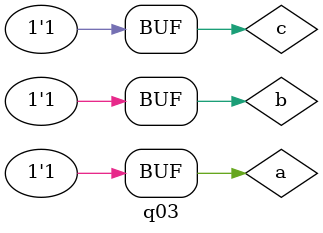
<source format=v>
module f1 ( output s, input a, input b );
    /*
    nand ( nand(nor(a,a), b), nand(nor(a,a), b) )

    ( (a'.b)'. (a'.b)' )'
    ( (a+b') )'
    a'.b
    (a,b) = SoP(1);
    
    */
    wire w1, w2, w3, w4;
    nor NOR_1 (w1, a, a);
    nand NAND_1 (w2, w1, b);
    nand NAND_2 (w3, w1, b);
    nand NAND_3 (s, w2, w3);

endmodule 

module mux (output s, input a, input b, input key);
    wire not_key, w1, w2;
    
    not NOT_1 (not_key, key);
    and AND_1 (w1, a, not_key);
    and AND_2 (w2, b, key);
    or OR_1 (s, w1, w2);
endmodule

module f2 ( output s, input a, input b, input c );
    /*
    mux ( mux(b,b',c), mux(b',b,c'), a )
    
    mux ( xor(b, c), xor(b, c), a )

    xor(b, c)

    (a, b, c) = SoP(1, 2, 5, 6)

    */

    wire not_b, not_c, w1, w2;
    not NOT_1(not_b, b);
    not NOT_2(not_c, c);

    mux MUX_1 (w1, b, not_b, c);
    mux MUX_2 (w2, not_b, b, not_c);
    mux MUX_3 (s, w1, w2, a);    
endmodule




module q03;
    reg a; 
    reg b; 
    reg c;
    wire s1, s2;

    f1 OP1 (s1, a, b);
    f2 OP2 (s2, a, b, c);

    initial begin: start
        a=1'bx; b=1'bx; c=1'bx;
    end

    initial begin: main
        $display("Exercício 3 - Luís Augusto Lima de Oliveira - 805413"); 
        $display("\na.) (a,b) = SoP(1)\n");
        $display(" a  b =  s");
        $monitor("%2b %2b = %2b", a, b, s1);

        #1 a=0; b=0; 
        #1 a=0; b=1; 
        #1 a=1; b=0; 
        #1 a=1; b=1; 

        $display("\n\nb.) (a,b,c) = SoP(1,2,5,6)\n");
        $display(" a  b  c =  s");
        
        a=1'bx; b=1'bx; c=1'bx;
        $monitor("%2b %2b %2b = %2b", a, b, c, s2);

        #1 a=0; b=0; c=0;
        #1 a=0; b=0; c=1;
        #1 a=0; b=1; c=0;
        #1 a=0; b=1; c=1;
        #1 a=1; b=0; c=0;
        #1 a=1; b=0; c=1;
        #1 a=1; b=1; c=0;
        #1 a=1; b=1; c=1;

        

    end

endmodule

</source>
